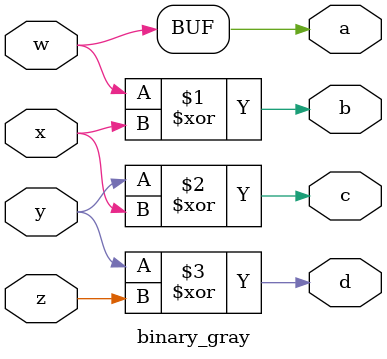
<source format=sv>
module binary_gray(a,b,c,d,w,x,y,z);
  input w,x,y,z;
  output a,b,c,d;
  xor x1(b,w,x);
  xor x2(c,y,x);
  xor x3(d,y,z);
  assign a = w;

endmodule 

</source>
